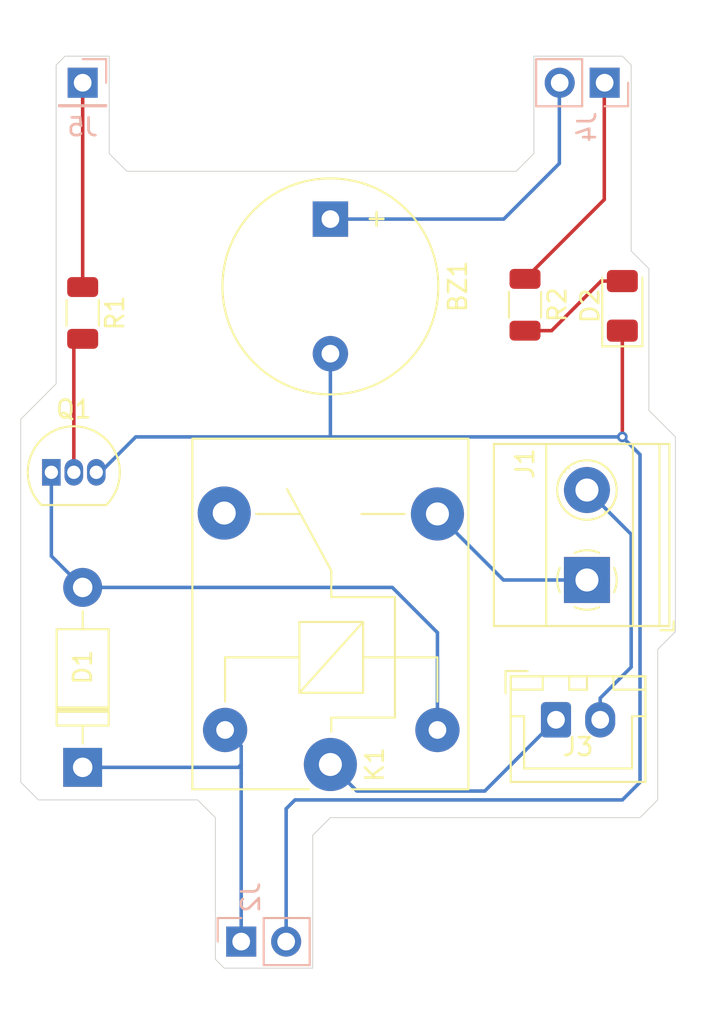
<source format=kicad_pcb>
(kicad_pcb (version 20240108) (generator "pcbnew") (generator_version "8.0")
  (layers (0 "F.Cu" signal) (31 "B.Cu" signal) (34 "B.Paste" user) (35 "F.Paste" user) (36 "B.SilkS" user "B.Silkscreen") (37 "F.SilkS" user "F.Silkscreen") (38 "B.Mask" user) (39 "F.Mask" user) (44 "Edge.Cuts" user))
  (net 0 "")
  (net 1 "GNDREF")
  (net 2 "D2")
  (net 3 "D13")
  (net 4 "D3")
  (net 5 "+5V")
  (net 6 "Net-(D1-A)")
  (net 7 "Net-(D2-A)")
  (net 8 "+12V")
  (net 9 "K2A")
  (net 11 "Net-(Q1-B)")
  (net 12 "GND1")
  (footprint "TerminalBlock_Phoenix:TerminalBlock_Phoenix_MKDS-1,5-2-5.08_1x02_P5.08mm_Horizontal" (layer "F.Cu") (at 160.5 47.08 90)
    (property "Reference" "J1" (at 6.58 -3.5 90) (layer "F.SilkS"))
    (property "Value" "Conn_01x02")
    (fp_line (start 7.68 -5.261) (end 7.68 4.66) (stroke (width 0.12)) (layer "F.SilkS"))
    (fp_line (start -2.6 -5.261) (end 7.68 -5.261) (stroke (width 0.12)) (layer "F.SilkS"))
    (fp_line (start -2.6 -5.261) (end -2.6 4.66) (stroke (width 0.12)) (layer "F.SilkS"))
    (fp_line (start -2.6 -2.301) (end 7.68 -2.301) (stroke (width 0.12)) (layer "F.SilkS"))
    (fp_line (start 6.15 -1.275) (end 6.115 -1.239) (stroke (width 0.12)) (layer "F.SilkS"))
    (fp_line (start 6.355 -1.069) (end 6.308 -1.023) (stroke (width 0.12)) (layer "F.SilkS"))
    (fp_line (start 3.853 1.023) (end 3.806 1.069) (stroke (width 0.12)) (layer "F.SilkS"))
    (fp_line (start 4.046 1.239) (end 4.011 1.274) (stroke (width 0.12)) (layer "F.SilkS"))
    (fp_line (start -2.6 2.6) (end 7.68 2.6) (stroke (width 0.12)) (layer "F.SilkS"))
    (fp_line (start -2.6 4.1) (end 7.68 4.1) (stroke (width 0.12)) (layer "F.SilkS"))
    (fp_line (start -2.84 4.16) (end -2.84 4.9) (stroke (width 0.12)) (layer "F.SilkS"))
    (fp_line (start -2.6 4.66) (end 7.68 4.66) (stroke (width 0.12)) (layer "F.SilkS"))
    (fp_line (start -2.84 4.9) (end -2.34 4.9) (stroke (width 0.12)) (layer "F.SilkS"))
    (fp_arc (start -0.683042 -1.535427) (mid 0.000524 -1.680501) (end 0.684 -1.535) (stroke (width 0.12)) (layer "F.SilkS"))
    (fp_arc (start 1.535427 -0.683042) (mid 1.680501 0.000524) (end 1.535 0.684) (stroke (width 0.12)) (layer "F.SilkS"))
    (fp_arc (start -1.535427 0.683042) (mid -1.680501 -0.000524) (end -1.535 -0.684) (stroke (width 0.12)) (layer "F.SilkS"))
    (fp_arc (start 0.683318 1.534756) (mid 0.349292 1.643288) (end 0 1.68) (stroke (width 0.12)) (layer "F.SilkS"))
    (fp_arc (start 0.028805 1.680253) (mid -0.335551 1.646659) (end -0.684 1.535) (stroke (width 0.12)) (layer "F.SilkS"))
    (fp_circle (center 5.08 0) (end 6.76 0) (stroke (width 0.12)) (fill none) (layer "F.SilkS"))
    (pad "1" thru_hole rect (at 0 0 90) (size 2.6 2.6) (drill 1.3) (layers "*.Cu" "*.Mask") (net 8 "+12V"))
    (pad "2" thru_hole circle (at 5.08 0 90) (size 2.6 2.6) (drill 1.3) (layers "*.Cu" "*.Mask") (net 12 "GND1"))
  )
  (footprint "Relay_THT:Relay_SPDT_SANYOU_SRD_Series_Form_C" (layer "F.Cu") (at 146 57.5 90)
    (property "Reference" "K1" (at 0 2.5 90) (layer "F.SilkS"))
    (property "Value" "SANYOU_SRD_Form_C")
    (fp_line (start 18.4 -7.8) (end 18.4 7.8) (stroke (width 0.12)) (layer "F.SilkS"))
    (fp_line (start -1.4 -7.8) (end 18.4 -7.8) (stroke (width 0.12)) (layer "F.SilkS"))
    (fp_line (start -1.4 -7.8) (end -1.4 -1.2) (stroke (width 0.12)) (layer "F.SilkS"))
    (fp_line (start 6.05 -5.95) (end 3.55 -5.95) (stroke (width 0.12)) (layer "F.SilkS"))
    (fp_line (start 6.05 -5.95) (end 6.05 -1.75) (stroke (width 0.12)) (layer "F.SilkS"))
    (fp_line (start 14.15 -4.2) (end 14.15 -1.7) (stroke (width 0.12)) (layer "F.SilkS"))
    (fp_line (start 8.05 -1.75) (end 8.05 1.85) (stroke (width 0.12)) (layer "F.SilkS"))
    (fp_line (start 4.05 -1.75) (end 8.05 -1.75) (stroke (width 0.12)) (layer "F.SilkS"))
    (fp_line (start 10.95 0.05) (end 15.55 -2.45) (stroke (width 0.12)) (layer "F.SilkS"))
    (fp_line (start 9.45 0.05) (end 10.95 0.05) (stroke (width 0.12)) (layer "F.SilkS"))
    (fp_line (start 9.45 0.05) (end 9.45 3.65) (stroke (width 0.12)) (layer "F.SilkS"))
    (fp_line (start 2.65 0.05) (end 1.85 0.05) (stroke (width 0.12)) (layer "F.SilkS"))
    (fp_line (start 2.65 0.05) (end 2.65 3.65) (stroke (width 0.12)) (layer "F.SilkS"))
    (fp_line (start -1.4 1.2) (end -1.4 7.8) (stroke (width 0.12)) (layer "F.SilkS"))
    (fp_line (start 8.05 1.85) (end 4.05 -1.75) (stroke (width 0.12)) (layer "F.SilkS"))
    (fp_line (start 8.05 1.85) (end 4.05 1.85) (stroke (width 0.12)) (layer "F.SilkS"))
    (fp_line (start 6.05 1.85) (end 6.05 6.05) (stroke (width 0.12)) (layer "F.SilkS"))
    (fp_line (start 4.05 1.85) (end 4.05 -1.75) (stroke (width 0.12)) (layer "F.SilkS"))
    (fp_line (start 9.45 3.65) (end 2.65 3.65) (stroke (width 0.12)) (layer "F.SilkS"))
    (fp_line (start 14.15 4.2) (end 14.15 1.75) (stroke (width 0.12)) (layer "F.SilkS"))
    (fp_line (start 3.55 6.05) (end 6.05 6.05) (stroke (width 0.12)) (layer "F.SilkS"))
    (fp_line (start 18.4 7.8) (end -1.4 7.8) (stroke (width 0.12)) (layer "F.SilkS"))
    (pad "1" thru_hole circle (at 0 0 180) (size 3 3) (drill 1.3) (layers "*.Cu" "*.Mask") (net 9 "K2A"))
    (pad "2" thru_hole circle (at 1.95 6.05 180) (size 2.5 2.5) (drill 1) (layers "*.Cu" "*.Mask") (net 6 "Net-(D1-A)"))
    (pad "3" thru_hole circle (at 14.15 6.05 180) (size 3 3) (drill 1.3) (layers "*.Cu" "*.Mask") (net 8 "+12V"))
    (pad "4" thru_hole circle (at 14.2 -6 180) (size 3 3) (drill 1.3) (layers "*.Cu" "*.Mask"))
    (pad "5" thru_hole circle (at 1.95 -5.95 180) (size 2.5 2.5) (drill 1) (layers "*.Cu" "*.Mask") (net 5 "+5V"))
  )
  (footprint "Resistor_SMD:R_1206_3216Metric" (layer "F.Cu") (at 132 32 -90)
    (property "Reference" "R1" (at 0 -1.82 90) (layer "F.SilkS"))
    (property "Value" "330")
    (fp_line (start -0.727064 0.91) (end 0.727064 0.91) (stroke (width 0.12)) (layer "F.SilkS"))
    (fp_line (start -0.727064 -0.91) (end 0.727064 -0.91) (stroke (width 0.12)) (layer "F.SilkS"))
    (pad "1" smd roundrect (at -1.4625 0 270) (size 1.125 1.75) (layers "F.Cu" "F.Paste" "F.Mask") (roundrect_rratio 0.222222) (net 3 "D13"))
    (pad "2" smd roundrect (at 1.4625 0 270) (size 1.125 1.75) (layers "F.Cu" "F.Paste" "F.Mask") (roundrect_rratio 0.222222) (net 11 "Net-(Q1-B)"))
  )
  (footprint "LED_SMD:LED_1206_3216Metric" (layer "F.Cu") (at 162.5 31.6 90)
    (property "Reference" "D2" (at 0 -1.82 90) (layer "F.SilkS"))
    (property "Value" "LED")
    (fp_line (start 1.6 -1.135) (end -2.285 -1.135) (stroke (width 0.12)) (layer "F.SilkS"))
    (fp_line (start -2.285 -1.135) (end -2.285 1.135) (stroke (width 0.12)) (layer "F.SilkS"))
    (fp_line (start -2.285 1.135) (end 1.6 1.135) (stroke (width 0.12)) (layer "F.SilkS"))
    (pad "1" smd roundrect (at -1.4 0 90) (size 1.25 1.75) (layers "F.Cu" "F.Paste" "F.Mask") (roundrect_rratio 0.2) (net 1 "GNDREF"))
    (pad "2" smd roundrect (at 1.4 0 90) (size 1.25 1.75) (layers "F.Cu" "F.Paste" "F.Mask") (roundrect_rratio 0.2) (net 7 "Net-(D2-A)"))
  )
  (footprint "Resistor_SMD:R_1206_3216Metric" (layer "F.Cu") (at 157 31.5375 -90)
    (property "Reference" "R2" (at 0 -1.82 90) (layer "F.SilkS"))
    (property "Value" "330")
    (fp_line (start -0.727064 0.91) (end 0.727064 0.91) (stroke (width 0.12)) (layer "F.SilkS"))
    (fp_line (start -0.727064 -0.91) (end 0.727064 -0.91) (stroke (width 0.12)) (layer "F.SilkS"))
    (pad "1" smd roundrect (at -1.4625 0 270) (size 1.125 1.75) (layers "F.Cu" "F.Paste" "F.Mask") (roundrect_rratio 0.222222) (net 2 "D2"))
    (pad "2" smd roundrect (at 1.4625 0 270) (size 1.125 1.75) (layers "F.Cu" "F.Paste" "F.Mask") (roundrect_rratio 0.222222) (net 7 "Net-(D2-A)"))
  )
  (footprint "Diode_THT:D_DO-41_SOD81_P10.16mm_Horizontal" (layer "F.Cu") (at 132 57.66 90)
    (property "Reference" "D1" (at 5.66 0 90) (layer "F.SilkS"))
    (property "Value" "1N4001")
    (fp_line (start 7.8 -1.47) (end 2.36 -1.47) (stroke (width 0.12)) (layer "F.SilkS"))
    (fp_line (start 3.38 -1.47) (end 3.38 1.47) (stroke (width 0.12)) (layer "F.SilkS"))
    (fp_line (start 3.26 -1.47) (end 3.26 1.47) (stroke (width 0.12)) (layer "F.SilkS"))
    (fp_line (start 3.14 -1.47) (end 3.14 1.47) (stroke (width 0.12)) (layer "F.SilkS"))
    (fp_line (start 2.36 -1.47) (end 2.36 1.47) (stroke (width 0.12)) (layer "F.SilkS"))
    (fp_line (start 8.82 0) (end 7.8 0) (stroke (width 0.12)) (layer "F.SilkS"))
    (fp_line (start 1.34 0) (end 2.36 0) (stroke (width 0.12)) (layer "F.SilkS"))
    (fp_line (start 7.8 1.47) (end 7.8 -1.47) (stroke (width 0.12)) (layer "F.SilkS"))
    (fp_line (start 2.36 1.47) (end 7.8 1.47) (stroke (width 0.12)) (layer "F.SilkS"))
    (pad "1" thru_hole rect (at 0 0 90) (size 2.2 2.2) (drill 1.1) (layers "*.Cu" "*.Mask") (net 5 "+5V"))
    (pad "2" thru_hole oval (at 10.16 0 90) (size 2.2 2.2) (drill 1.1) (layers "*.Cu" "*.Mask") (net 6 "Net-(D1-A)"))
  )
  (footprint "Connector_JST:JST_XH_B2B-XH-A_1x02_P2.50mm_Vertical" (layer "F.Cu") (at 158.75 54.975)
    (property "Reference" "J3" (at 1.25 1.525 0) (layer "F.SilkS"))
    (property "Value" "Conn_01x02")
    (fp_line (start -2.85 -2.75) (end -2.85 -1.5) (stroke (width 0.12)) (layer "F.SilkS"))
    (fp_line (start -2.56 -2.46) (end -2.56 3.51) (stroke (width 0.12)) (layer "F.SilkS"))
    (fp_line (start -2.56 3.51) (end 5.06 3.51) (stroke (width 0.12)) (layer "F.SilkS"))
    (fp_line (start -2.55 -2.45) (end -2.55 -1.7) (stroke (width 0.12)) (layer "F.SilkS"))
    (fp_line (start -2.55 -1.7) (end -0.75 -1.7) (stroke (width 0.12)) (layer "F.SilkS"))
    (fp_line (start -2.55 -0.2) (end -1.8 -0.2) (stroke (width 0.12)) (layer "F.SilkS"))
    (fp_line (start -1.8 -0.2) (end -1.8 2.75) (stroke (width 0.12)) (layer "F.SilkS"))
    (fp_line (start -1.8 2.75) (end 1.25 2.75) (stroke (width 0.12)) (layer "F.SilkS"))
    (fp_line (start -1.6 -2.75) (end -2.85 -2.75) (stroke (width 0.12)) (layer "F.SilkS"))
    (fp_line (start -0.75 -2.45) (end -2.55 -2.45) (stroke (width 0.12)) (layer "F.SilkS"))
    (fp_line (start -0.75 -1.7) (end -0.75 -2.45) (stroke (width 0.12)) (layer "F.SilkS"))
    (fp_line (start 0.75 -2.45) (end 0.75 -1.7) (stroke (width 0.12)) (layer "F.SilkS"))
    (fp_line (start 0.75 -1.7) (end 1.75 -1.7) (stroke (width 0.12)) (layer "F.SilkS"))
    (fp_line (start 1.75 -2.45) (end 0.75 -2.45) (stroke (width 0.12)) (layer "F.SilkS"))
    (fp_line (start 1.75 -1.7) (end 1.75 -2.45) (stroke (width 0.12)) (layer "F.SilkS"))
    (fp_line (start 3.25 -2.45) (end 3.25 -1.7) (stroke (width 0.12)) (layer "F.SilkS"))
    (fp_line (start 3.25 -1.7) (end 5.05 -1.7) (stroke (width 0.12)) (layer "F.SilkS"))
    (fp_line (start 4.3 -0.2) (end 4.3 2.75) (stroke (width 0.12)) (layer "F.SilkS"))
    (fp_line (start 4.3 2.75) (end 1.25 2.75) (stroke (width 0.12)) (layer "F.SilkS"))
    (fp_line (start 5.05 -2.45) (end 3.25 -2.45) (stroke (width 0.12)) (layer "F.SilkS"))
    (fp_line (start 5.05 -1.7) (end 5.05 -2.45) (stroke (width 0.12)) (layer "F.SilkS"))
    (fp_line (start 5.05 -0.2) (end 4.3 -0.2) (stroke (width 0.12)) (layer "F.SilkS"))
    (fp_line (start 5.06 -2.46) (end -2.56 -2.46) (stroke (width 0.12)) (layer "F.SilkS"))
    (fp_line (start 5.06 3.51) (end 5.06 -2.46) (stroke (width 0.12)) (layer "F.SilkS"))
    (pad "1" thru_hole roundrect (at 0 0) (size 1.7 2) (drill 1) (layers "*.Cu" "*.Mask") (roundrect_rratio 0.147059) (net 9 "K2A"))
    (pad "2" thru_hole oval (at 2.5 0) (size 1.7 2) (drill 1) (layers "*.Cu" "*.Mask") (net 12 "GND1"))
  )
  (footprint "Buzzer_Beeper:Buzzer_12x9.5RM7.6" (layer "F.Cu") (at 146 26.7 -90)
    (property "Reference" "BZ1" (at 3.8 -7.2 90) (layer "F.SilkS"))
    (property "Value" "Buzzer")
    (fp_circle (center 3.8 0) (end 9.9 0) (stroke (width 0.12)) (fill none) (layer "F.SilkS"))
    (fp_text user "+" (at -0.01 -2.54 90) (layer "F.SilkS"))
    (pad "1" thru_hole rect (at 0 0 270) (size 2 2) (drill 1) (layers "*.Cu" "*.Mask") (net 4 "D3"))
    (pad "2" thru_hole circle (at 7.6 0 270) (size 2 2) (drill 1) (layers "*.Cu" "*.Mask") (net 1 "GNDREF"))
  )
  (footprint "Package_TO_SOT_THT:TO-92_Inline" (layer "F.Cu") (at 130.23 41)
    (property "Reference" "Q1" (at 1.27 -3.56 0) (layer "F.SilkS"))
    (property "Value" "BC547")
    (fp_line (start -0.53 1.85) (end 3.07 1.85) (stroke (width 0.12)) (layer "F.SilkS"))
    (fp_arc (start -0.568478 1.838478) (mid -1.132087 -0.994977) (end 1.27 -2.6) (stroke (width 0.12)) (layer "F.SilkS"))
    (fp_arc (start 1.27 -2.6) (mid 3.672087 -0.994977) (end 3.108478 1.838478) (stroke (width 0.12)) (layer "F.SilkS"))
    (pad "1" thru_hole rect (at 0 0) (size 1.05 1.5) (drill 0.75) (layers "*.Cu" "*.Mask") (net 6 "Net-(D1-A)"))
    (pad "2" thru_hole oval (at 1.27 0) (size 1.05 1.5) (drill 0.75) (layers "*.Cu" "*.Mask") (net 11 "Net-(Q1-B)"))
    (pad "3" thru_hole oval (at 2.54 0) (size 1.05 1.5) (drill 0.75) (layers "*.Cu" "*.Mask") (net 1 "GNDREF"))
  )
  (footprint "Connector_PinHeader_2.54mm:PinHeader_1x02_P2.54mm_Vertical" (layer "B.Cu") (at 161.5 19 90)
    (property "Reference" "J4" (at -2.5 -1 90) (layer "B.SilkS") (effects (justify mirror)))
    (property "Value" "Conn_01x02")
    (fp_line (start 1.33 -3.87) (end -1.33 -3.87) (stroke (width 0.12)) (layer "B.SilkS"))
    (fp_line (start 1.33 -3.87) (end 1.33 -1.27) (stroke (width 0.12)) (layer "B.SilkS"))
    (fp_line (start -1.33 -3.87) (end -1.33 -1.27) (stroke (width 0.12)) (layer "B.SilkS"))
    (fp_line (start 1.33 -1.27) (end -1.33 -1.27) (stroke (width 0.12)) (layer "B.SilkS"))
    (fp_line (start 0 1.33) (end -1.33 1.33) (stroke (width 0.12)) (layer "B.SilkS"))
    (fp_line (start -1.33 1.33) (end -1.33 0) (stroke (width 0.12)) (layer "B.SilkS"))
    (pad "1" thru_hole rect (at 0 0 90) (size 1.7 1.7) (drill 1) (layers "*.Cu" "*.Mask") (net 2 "D2"))
    (pad "2" thru_hole oval (at 0 -2.54 90) (size 1.7 1.7) (drill 1) (layers "*.Cu" "*.Mask") (net 4 "D3"))
  )
  (footprint "Connector_PinHeader_2.54mm:PinHeader_1x01_P2.54mm_Vertical" (layer "B.Cu") (at 132 19 180)
    (property "Reference" "J5" (at 0 -2.5 0) (layer "B.SilkS") (effects (justify mirror)))
    (property "Value" "Conn_01x01")
    (fp_line (start 1.33 -1.27) (end -1.33 -1.27) (stroke (width 0.12)) (layer "B.SilkS"))
    (fp_line (start 1.33 -1.33) (end 1.33 -1.27) (stroke (width 0.12)) (layer "B.SilkS"))
    (fp_line (start 1.33 -1.33) (end -1.33 -1.33) (stroke (width 0.12)) (layer "B.SilkS"))
    (fp_line (start 0 1.33) (end -1.33 1.33) (stroke (width 0.12)) (layer "B.SilkS"))
    (fp_line (start -1.33 1.33) (end -1.33 0) (stroke (width 0.12)) (layer "B.SilkS"))
    (fp_line (start -1.33 -1.33) (end -1.33 -1.27) (stroke (width 0.12)) (layer "B.SilkS"))
    (pad "1" thru_hole rect (at 0 0 180) (size 1.7 1.7) (drill 1) (layers "*.Cu" "*.Mask") (net 3 "D13"))
  )
  (footprint "Connector_PinHeader_2.54mm:PinHeader_1x02_P2.54mm_Vertical" (layer "B.Cu") (at 140.96 67.5 -90)
    (property "Reference" "J2" (at -2.5 -0.54 90) (layer "B.SilkS") (effects (justify mirror)))
    (property "Value" "Conn_01x02")
    (fp_line (start -1.33 1.33) (end -1.33 0) (stroke (width 0.12)) (layer "B.SilkS"))
    (fp_line (start 0 1.33) (end -1.33 1.33) (stroke (width 0.12)) (layer "B.SilkS"))
    (fp_line (start 1.33 -1.27) (end -1.33 -1.27) (stroke (width 0.12)) (layer "B.SilkS"))
    (fp_line (start -1.33 -3.87) (end -1.33 -1.27) (stroke (width 0.12)) (layer "B.SilkS"))
    (fp_line (start 1.33 -3.87) (end 1.33 -1.27) (stroke (width 0.12)) (layer "B.SilkS"))
    (fp_line (start 1.33 -3.87) (end -1.33 -3.87) (stroke (width 0.12)) (layer "B.SilkS"))
    (pad "1" thru_hole rect (at 0 0 270) (size 1.7 1.7) (drill 1) (layers "*.Cu" "*.Mask") (net 5 "+5V"))
    (pad "2" thru_hole oval (at 0 -2.54 270) (size 1.7 1.7) (drill 1) (layers "*.Cu" "*.Mask") (net 1 "GNDREF"))
  )
  (gr_poly (pts (xy 130.5 18) (xy 131 17.5) (xy 133.5 17.5) (xy 133.5 18) (xy 133.5 23) (xy 134.5 24) (xy 156.5 24) (xy 157.5 23) (xy 157.5 18) (xy 157.5 17.5) (xy 162.5 17.5) (xy 163 18) (xy 163 28.5) (xy 164 29.5) (xy 164 37.5) (xy 165.5 39) (xy 165.5 50) (xy 164.5 51) (xy 164.5 59.5) (xy 163.5 60.5) (xy 146 60.5) (xy 145 61.5) (xy 145 68.5) (xy 145 69) (xy 140 69) (xy 139.5 68.5) (xy 139.5 60.5) (xy 138.5 59.5) (xy 129.5 59.5) (xy 128.5 58.5) (xy 128.5 38) (xy 130.5 36) (xy 130.5 29) (xy 130.5 28)) (stroke (width 0.05)) (fill none) (layer "Edge.Cuts"))
  (segment (start 162.5 33) (end 162.5 39) (width 0.2) (layer "F.Cu") (net 1))
  (via (at 162.5 39) (size 0.6) (drill 0.3) (layers "F.Cu" "B.Cu") (net 1))
  (segment (start 135 39) (end 146 39) (width 0.2) (layer "B.Cu") (net 1))
  (segment (start 146 39) (end 162.5 39) (width 0.2) (layer "B.Cu") (net 1))
  (segment (start 162.5 59.5) (end 144 59.5) (width 0.2) (layer "B.Cu") (net 1))
  (segment (start 162.5 39) (end 163.5 40) (width 0.2) (layer "B.Cu") (net 1))
  (segment (start 143.5 60) (end 143.5 67.5) (width 0.2) (layer "B.Cu") (net 1))
  (segment (start 133 41) (end 135 39) (width 0.2) (layer "B.Cu") (net 1))
  (segment (start 146 34.3) (end 146 39) (width 0.2) (layer "B.Cu") (net 1))
  (segment (start 163.5 58.5) (end 162.5 59.5) (width 0.2) (layer "B.Cu") (net 1))
  (segment (start 144 59.5) (end 143.5 60) (width 0.2) (layer "B.Cu") (net 1))
  (segment (start 132.77 41) (end 133 41) (width 0.2) (layer "B.Cu") (net 1))
  (segment (start 163.5 40) (end 163.5 58.5) (width 0.2) (layer "B.Cu") (net 1))
  (segment (start 157 30.075) (end 161.48 25.595) (width 0.2) (layer "F.Cu") (net 2))
  (segment (start 161.48 25.595) (end 161.48 19.24) (width 0.2) (layer "F.Cu") (net 2))
  (segment (start 132.02 30.5175) (end 132 30.5375) (width 0.2) (layer "F.Cu") (net 3))
  (segment (start 132 30.5375) (end 132 19) (width 0.2) (layer "F.Cu") (net 3))
  (segment (start 158.94 19.24) (end 158.94 23.56) (width 0.2) (layer "B.Cu") (net 4))
  (segment (start 155.8 26.7) (end 146 26.7) (width 0.2) (layer "B.Cu") (net 4))
  (segment (start 158.94 23.56) (end 155.8 26.7) (width 0.2) (layer "B.Cu") (net 4))
  (segment (start 140.96 58) (end 140.96 67.5) (width 0.2) (layer "B.Cu") (net 5))
  (segment (start 140.96 57.5) (end 140.96 58) (width 0.2) (layer "B.Cu") (net 5))
  (segment (start 140.96 56.46) (end 140.96 57.5) (width 0.2) (layer "B.Cu") (net 5))
  (segment (start 140.05 55.55) (end 140.96 56.46) (width 0.2) (layer "B.Cu") (net 5))
  (segment (start 132 57.66) (end 132.34 58) (width 0.2) (layer "B.Cu") (net 5))
  (segment (start 140.8 57.66) (end 140.96 57.5) (width 0.2) (layer "B.Cu") (net 5))
  (segment (start 132 57.66) (end 140.8 57.66) (width 0.2) (layer "B.Cu") (net 5))
  (segment (start 149.5 47.5) (end 132 47.5) (width 0.2) (layer "B.Cu") (net 6))
  (segment (start 152.05 55.55) (end 152.05 50.05) (width 0.2) (layer "B.Cu") (net 6))
  (segment (start 152.05 50.05) (end 149.5 47.5) (width 0.2) (layer "B.Cu") (net 6))
  (segment (start 130.23 41) (end 130.23 45.73) (width 0.2) (layer "B.Cu") (net 6))
  (segment (start 130.23 45.73) (end 132 47.5) (width 0.2) (layer "B.Cu") (net 6))
  (segment (start 158.5 33) (end 157 33) (width 0.2) (layer "F.Cu") (net 7))
  (segment (start 162.5 30.2) (end 161.3 30.2) (width 0.2) (layer "F.Cu") (net 7))
  (segment (start 161.3 30.2) (end 158.5 33) (width 0.2) (layer "F.Cu") (net 7))
  (segment (start 155.78 47.08) (end 160.5 47.08) (width 0.2) (layer "B.Cu") (net 8))
  (segment (start 152.05 43.35) (end 155.78 47.08) (width 0.2) (layer "B.Cu") (net 8))
  (segment (start 154.725 59) (end 158.75 54.975) (width 0.2) (layer "B.Cu") (net 9))
  (segment (start 146 57.5) (end 147.5 59) (width 0.2) (layer "B.Cu") (net 9))
  (segment (start 147.5 59) (end 154.725 59) (width 0.2) (layer "B.Cu") (net 9))
  (segment (start 132 33.4625) (end 131.5 33.9625) (width 0.2) (layer "F.Cu") (net 11))
  (segment (start 131.5 33.9625) (end 131.5 41) (width 0.2) (layer "F.Cu") (net 11))
  (segment (start 161.25 54.975) (end 161.25 53.75) (width 0.2) (layer "B.Cu") (net 12))
  (segment (start 161.25 53.75) (end 163 52) (width 0.2) (layer "B.Cu") (net 12))
  (segment (start 163 52) (end 163 44.5) (width 0.2) (layer "B.Cu") (net 12))
  (segment (start 163 44.5) (end 160.5 42) (width 0.2) (layer "B.Cu") (net 12))
)
</source>
